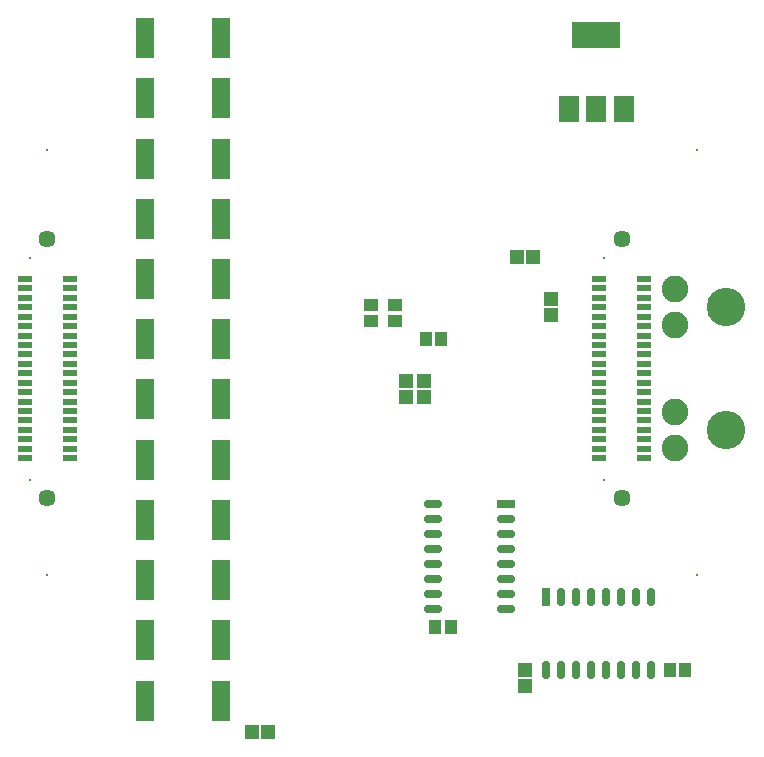
<source format=gbs>
%FSLAX23Y23*%
%MOIN*%
%SFA1B1*%

%IPPOS*%
%ADD29R,0.043470X0.047400*%
%ADD30R,0.047400X0.043470*%
%ADD32R,0.045430X0.049370*%
%ADD33R,0.049370X0.045430*%
%ADD39C,0.010000*%
%ADD40C,0.057090*%
%ADD41C,0.088740*%
%ADD42C,0.128110*%
%ADD60R,0.047240X0.023620*%
%ADD61R,0.159610X0.088740*%
%ADD62R,0.069060X0.088740*%
%ADD63O,0.029690X0.061180*%
%ADD64R,0.029690X0.061180*%
%ADD65O,0.061180X0.029690*%
%ADD66R,0.061180X0.029690*%
%ADD67R,0.059000X0.135000*%
%LNbms-1*%
%LPD*%
G54D29*
X1457Y1377D03*
X1508D03*
X2271Y273D03*
X2322D03*
X1540Y416D03*
X1489D03*
G54D30*
X1273Y1491D03*
Y1439D03*
X1356Y1438D03*
Y1490D03*
G54D32*
X877Y69D03*
X931D03*
X1762Y1651D03*
X1815D03*
G54D33*
X1787Y222D03*
Y275D03*
X1875Y1510D03*
Y1457D03*
X1390Y1185D03*
Y1238D03*
X1452Y1185D03*
Y1238D03*
G54D39*
X137Y909D03*
Y1649D03*
X2051Y909D03*
Y1649D03*
X196Y2007D03*
X2362D03*
Y590D03*
X196D03*
G54D40*
X196Y846D03*
Y1712D03*
X2110Y846D03*
Y1712D03*
G54D41*
X2288Y1543D03*
Y1425D03*
Y1133D03*
Y1015D03*
G54D42*
X2459Y1484D03*
Y1074D03*
G54D60*
X271Y980D03*
X122D03*
X271Y1011D03*
X122D03*
X271Y1043D03*
X122D03*
X271Y1074D03*
X122D03*
X271Y1106D03*
X122D03*
X271Y1137D03*
X122D03*
X271Y1169D03*
X122D03*
X271Y1200D03*
X122D03*
X271Y1232D03*
X122D03*
X271Y1263D03*
X122D03*
X271Y1295D03*
X122D03*
X271Y1326D03*
X122D03*
X271Y1358D03*
X122D03*
X271Y1389D03*
X122D03*
X271Y1421D03*
X122D03*
X271Y1452D03*
X122D03*
X271Y1484D03*
X122D03*
X271Y1515D03*
X122D03*
X271Y1547D03*
X122D03*
X271Y1578D03*
X122D03*
X2185Y980D03*
X2035D03*
X2185Y1011D03*
X2035D03*
X2185Y1043D03*
X2035D03*
X2185Y1074D03*
X2035D03*
X2185Y1106D03*
X2035D03*
X2185Y1137D03*
X2035D03*
X2185Y1169D03*
X2035D03*
X2185Y1200D03*
X2035D03*
X2185Y1232D03*
X2035D03*
X2185Y1263D03*
X2035D03*
X2185Y1295D03*
X2035D03*
X2185Y1326D03*
X2035D03*
X2185Y1358D03*
X2035D03*
X2185Y1389D03*
X2035D03*
X2185Y1421D03*
X2035D03*
X2185Y1452D03*
X2035D03*
X2185Y1484D03*
X2035D03*
X2185Y1515D03*
X2035D03*
X2185Y1547D03*
X2035D03*
X2185Y1578D03*
X2035D03*
G54D61*
X2026Y2392D03*
G54D62*
X1936Y2144D03*
X2026D03*
X2117D03*
G54D63*
X2208Y273D03*
X2158D03*
X2108D03*
X2058D03*
X2008D03*
X1958D03*
X1908D03*
X1858D03*
X2208Y517D03*
X2158D03*
X2108D03*
X2058D03*
X2008D03*
X1958D03*
X1908D03*
G54D64*
X1858Y517D03*
G54D65*
X1481Y477D03*
Y527D03*
Y577D03*
Y627D03*
Y677D03*
Y727D03*
Y777D03*
Y827D03*
X1725Y477D03*
Y527D03*
Y577D03*
Y627D03*
Y677D03*
Y727D03*
Y777D03*
G54D66*
X1725Y827D03*
G54D67*
X522Y2380D03*
X773D03*
X522Y2180D03*
X773D03*
X522Y1979D03*
X773D03*
X522Y1778D03*
X773D03*
X522Y1577D03*
X773D03*
X522Y1376D03*
X773D03*
X522Y1176D03*
X773D03*
X522Y975D03*
X773D03*
X522Y774D03*
X773D03*
X522Y573D03*
X773D03*
X522Y373D03*
X773D03*
X522Y172D03*
X773D03*
M02*
</source>
